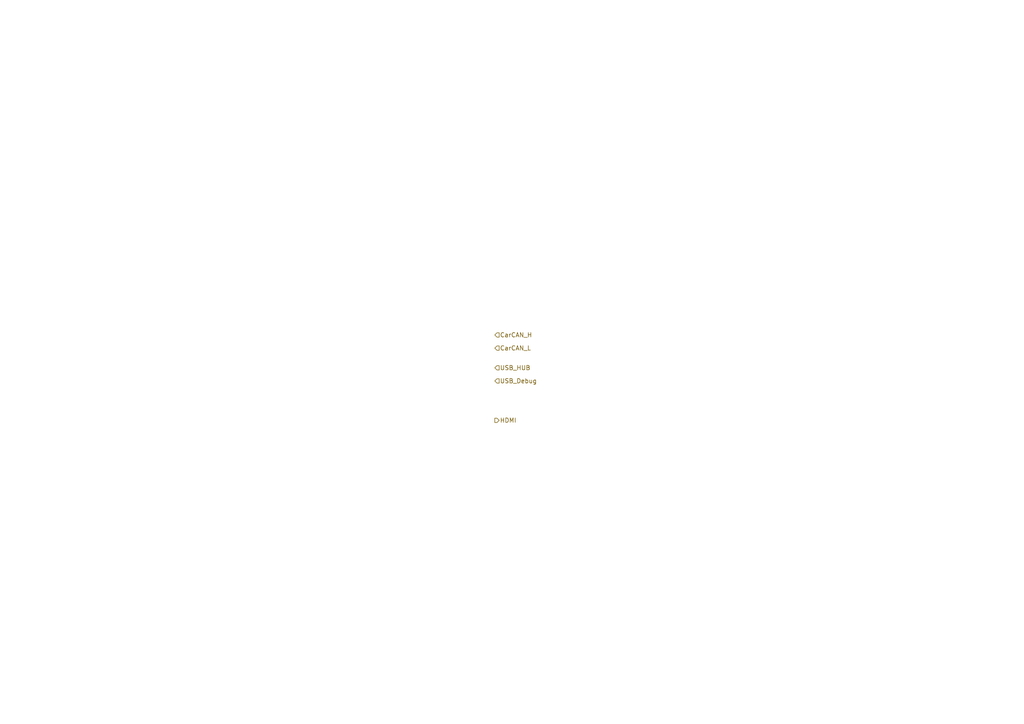
<source format=kicad_sch>
(kicad_sch
	(version 20250114)
	(generator "eeschema")
	(generator_version "9.0")
	(uuid "a969dc67-4f4e-4342-91e8-dc6fdef44822")
	(paper "A4")
	(lib_symbols)
	(hierarchical_label "CarCAN_L"
		(shape input)
		(at 143.51 100.965 0)
		(effects
			(font
				(size 1.27 1.27)
			)
			(justify left)
		)
		(uuid "2a70ffe7-d665-44b8-ae80-92eda242cc4f")
	)
	(hierarchical_label "USB_Debug"
		(shape input)
		(at 143.51 110.49 0)
		(effects
			(font
				(size 1.27 1.27)
			)
			(justify left)
		)
		(uuid "503eb786-b733-4d7b-a945-b56045270eda")
	)
	(hierarchical_label "CarCAN_H"
		(shape input)
		(at 143.51 97.155 0)
		(effects
			(font
				(size 1.27 1.27)
			)
			(justify left)
		)
		(uuid "7984da90-4ed2-403f-b72f-dc04a2373bf6")
	)
	(hierarchical_label "USB_HUB"
		(shape input)
		(at 143.51 106.68 0)
		(effects
			(font
				(size 1.27 1.27)
			)
			(justify left)
		)
		(uuid "7a8ae4da-50ae-4f51-b660-0d4f213829b2")
	)
	(hierarchical_label "HDMI"
		(shape output)
		(at 143.51 121.92 0)
		(effects
			(font
				(size 1.27 1.27)
			)
			(justify left)
		)
		(uuid "b0e13ef0-d1ec-4a78-936d-0604b29d6132")
	)
)

</source>
